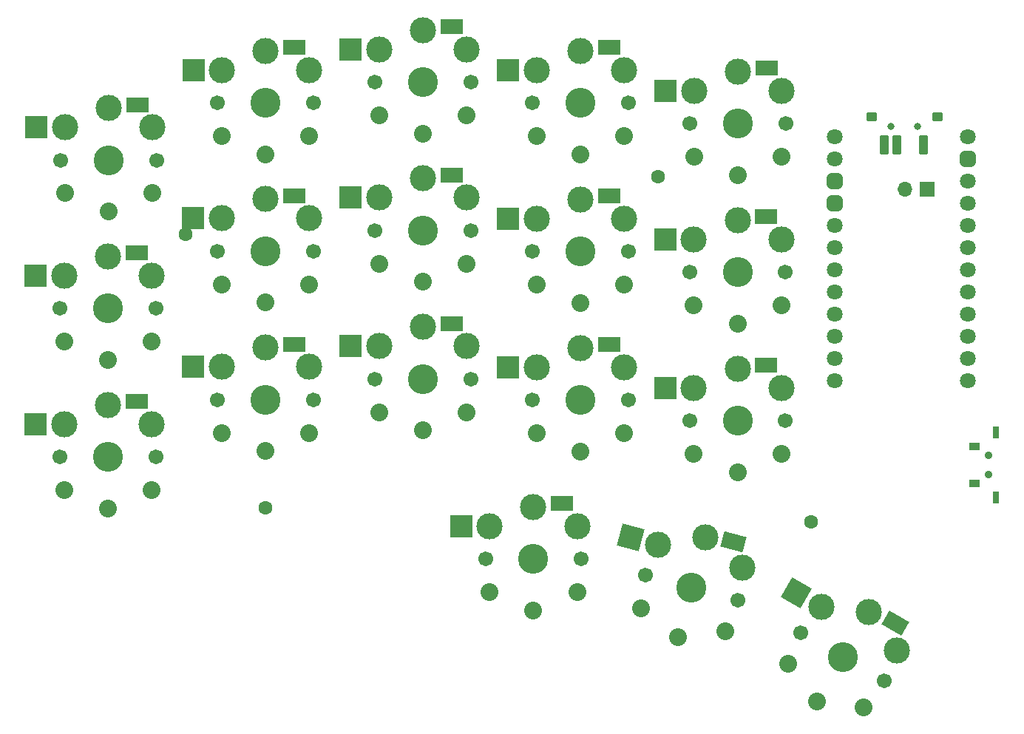
<source format=gbr>
%TF.GenerationSoftware,KiCad,Pcbnew,8.0.4*%
%TF.CreationDate,2024-09-02T16:23:26+07:00*%
%TF.ProjectId,cc36,63633336-2e6b-4696-9361-645f70636258,rev?*%
%TF.SameCoordinates,Original*%
%TF.FileFunction,Soldermask,Top*%
%TF.FilePolarity,Negative*%
%FSLAX46Y46*%
G04 Gerber Fmt 4.6, Leading zero omitted, Abs format (unit mm)*
G04 Created by KiCad (PCBNEW 8.0.4) date 2024-09-02 16:23:26*
%MOMM*%
%LPD*%
G01*
G04 APERTURE LIST*
G04 Aperture macros list*
%AMRoundRect*
0 Rectangle with rounded corners*
0 $1 Rounding radius*
0 $2 $3 $4 $5 $6 $7 $8 $9 X,Y pos of 4 corners*
0 Add a 4 corners polygon primitive as box body*
4,1,4,$2,$3,$4,$5,$6,$7,$8,$9,$2,$3,0*
0 Add four circle primitives for the rounded corners*
1,1,$1+$1,$2,$3*
1,1,$1+$1,$4,$5*
1,1,$1+$1,$6,$7*
1,1,$1+$1,$8,$9*
0 Add four rect primitives between the rounded corners*
20,1,$1+$1,$2,$3,$4,$5,0*
20,1,$1+$1,$4,$5,$6,$7,0*
20,1,$1+$1,$6,$7,$8,$9,0*
20,1,$1+$1,$8,$9,$2,$3,0*%
%AMRotRect*
0 Rectangle, with rotation*
0 The origin of the aperture is its center*
0 $1 length*
0 $2 width*
0 $3 Rotation angle, in degrees counterclockwise*
0 Add horizontal line*
21,1,$1,$2,0,0,$3*%
G04 Aperture macros list end*
%ADD10C,1.701800*%
%ADD11C,3.000000*%
%ADD12C,3.429000*%
%ADD13C,2.032000*%
%ADD14R,2.625000X1.800000*%
%ADD15R,2.600000X2.600000*%
%ADD16RotRect,2.600000X2.600000X330.000000*%
%ADD17RotRect,2.625000X1.800000X330.000000*%
%ADD18RotRect,2.625000X1.800000X345.000000*%
%ADD19RotRect,2.600000X2.600000X345.000000*%
%ADD20C,1.800000*%
%ADD21RoundRect,0.450000X0.450000X0.450000X-0.450000X0.450000X-0.450000X-0.450000X0.450000X-0.450000X0*%
%ADD22C,1.600000*%
%ADD23R,0.800000X1.450000*%
%ADD24R,1.270000X0.900000*%
%ADD25C,0.900000*%
%ADD26O,1.700000X1.700000*%
%ADD27R,1.700000X1.700000*%
%ADD28RoundRect,0.101600X-0.500000X-0.400000X0.500000X-0.400000X0.500000X0.400000X-0.500000X0.400000X0*%
%ADD29RoundRect,0.101600X-0.400000X-1.000000X0.400000X-1.000000X0.400000X1.000000X-0.400000X1.000000X0*%
%ADD30C,0.800000*%
G04 APERTURE END LIST*
D10*
%TO.C,SW12*%
X152440000Y-78440000D03*
D11*
X152940000Y-74690000D03*
X157940000Y-72490000D03*
D12*
X157940000Y-78440000D03*
D11*
X162940000Y-74690000D03*
D10*
X163440000Y-78440000D03*
D13*
X157940000Y-84340000D03*
D14*
X161227500Y-72090000D03*
D15*
X149665000Y-74690000D03*
D13*
X152940000Y-82240000D03*
X162940000Y-82240000D03*
%TD*%
D10*
%TO.C,SW10*%
X116410000Y-73640000D03*
D11*
X116910000Y-69890000D03*
X121910000Y-67690000D03*
D12*
X121910000Y-73640000D03*
D11*
X126910000Y-69890000D03*
D10*
X127410000Y-73640000D03*
D13*
X121910000Y-79540000D03*
D14*
X125197500Y-67290000D03*
D15*
X113635000Y-69890000D03*
D13*
X116910000Y-77440000D03*
X126910000Y-77440000D03*
%TD*%
D10*
%TO.C,SW18*%
X152440000Y-95458000D03*
D11*
X152940001Y-91708000D03*
X157940000Y-89508000D03*
D12*
X157940000Y-95458000D03*
D11*
X162939999Y-91708000D03*
D10*
X163440000Y-95458000D03*
D13*
X157940000Y-101358000D03*
D14*
X161227500Y-89107999D03*
D15*
X149665000Y-91708000D03*
D13*
X152940000Y-99258000D03*
X162940000Y-99258000D03*
%TD*%
D10*
%TO.C,SW15*%
X98370000Y-93028000D03*
D11*
X98870000Y-89278000D03*
X103870000Y-87078000D03*
D12*
X103870000Y-93028000D03*
D11*
X108870000Y-89278000D03*
D10*
X109370000Y-93028000D03*
D13*
X103870000Y-98928000D03*
D14*
X107157500Y-86678000D03*
D15*
X95595000Y-89278000D03*
D13*
X98870000Y-96828000D03*
X108870000Y-96828000D03*
%TD*%
%TO.C,SW21*%
X172400127Y-128301348D03*
X163739873Y-123301349D03*
D16*
X164678640Y-115125356D03*
D17*
X175992059Y-118654940D03*
D13*
X167020000Y-127620000D03*
D10*
X174733140Y-125260451D03*
D11*
X176175127Y-121762856D03*
D12*
X169970000Y-122510451D03*
D11*
X172945000Y-117357600D03*
X167514873Y-116762857D03*
D10*
X165206860Y-119760451D03*
%TD*%
%TO.C,SW20*%
X147374440Y-113137533D03*
D11*
X148827974Y-109644721D03*
X154227005Y-108813779D03*
D12*
X152687032Y-114561038D03*
D11*
X158487233Y-112232911D03*
D10*
X157999624Y-115984543D03*
D13*
X151160000Y-120260000D03*
D18*
X157506014Y-109278277D03*
D19*
X145664567Y-108797089D03*
D13*
X146873890Y-116937461D03*
X156533149Y-119525651D03*
%TD*%
D10*
%TO.C,SW19*%
X129070000Y-111290000D03*
D11*
X129570001Y-107540000D03*
X134570000Y-105340000D03*
D12*
X134570000Y-111290000D03*
D11*
X139569999Y-107540000D03*
D10*
X140070000Y-111290000D03*
D13*
X134570000Y-117190000D03*
D14*
X137857500Y-104939999D03*
D15*
X126295000Y-107540000D03*
D13*
X129570000Y-115090000D03*
X139570000Y-115090000D03*
%TD*%
D10*
%TO.C,SW17*%
X134454000Y-93050000D03*
D11*
X134954000Y-89300000D03*
X139954000Y-87100000D03*
D12*
X139954000Y-93050000D03*
D11*
X144954000Y-89300000D03*
D10*
X145454000Y-93050000D03*
D13*
X139954000Y-98950000D03*
D14*
X143241500Y-86700000D03*
D15*
X131679000Y-89300000D03*
D13*
X134954000Y-96850000D03*
X144954000Y-96850000D03*
%TD*%
D10*
%TO.C,SW16*%
X116410000Y-90658000D03*
D11*
X116910000Y-86908000D03*
X121910000Y-84708000D03*
D12*
X121910000Y-90658000D03*
D11*
X126910000Y-86908000D03*
D10*
X127410000Y-90658000D03*
D13*
X121910000Y-96558000D03*
D14*
X125197500Y-84308000D03*
D15*
X113635000Y-86908000D03*
D13*
X116910000Y-94458000D03*
X126910000Y-94458000D03*
%TD*%
D10*
%TO.C,SW14*%
X80352000Y-99568000D03*
D11*
X80852000Y-95818000D03*
X85852000Y-93618000D03*
D12*
X85852000Y-99568000D03*
D11*
X90852000Y-95818000D03*
D10*
X91352000Y-99568000D03*
D13*
X85852000Y-105468000D03*
D14*
X89139500Y-93218000D03*
D15*
X77577000Y-95818000D03*
D13*
X80852000Y-103368000D03*
X90852000Y-103368000D03*
%TD*%
D10*
%TO.C,SW11*%
X134454000Y-76032000D03*
D11*
X134954000Y-72282000D03*
X139954000Y-70082000D03*
D12*
X139954000Y-76032000D03*
D11*
X144954000Y-72282000D03*
D10*
X145454000Y-76032000D03*
D13*
X139954000Y-81932000D03*
D14*
X143241500Y-69682000D03*
D15*
X131679000Y-72282000D03*
D13*
X134954000Y-79832000D03*
X144954000Y-79832000D03*
%TD*%
D10*
%TO.C,SW9*%
X98370000Y-76010000D03*
D11*
X98870000Y-72260000D03*
X103870000Y-70060000D03*
D12*
X103870000Y-76010000D03*
D11*
X108870000Y-72260000D03*
D10*
X109370000Y-76010000D03*
D13*
X103870000Y-81910000D03*
D14*
X107157500Y-69660000D03*
D15*
X95595000Y-72260000D03*
D13*
X98870000Y-79810000D03*
X108870000Y-79810000D03*
%TD*%
D10*
%TO.C,SW8*%
X80352000Y-82550000D03*
D11*
X80852000Y-78800000D03*
X85852000Y-76600000D03*
D12*
X85852000Y-82550000D03*
D11*
X90852000Y-78800000D03*
D10*
X91352000Y-82550000D03*
D13*
X85852000Y-88450000D03*
D14*
X89139500Y-76200000D03*
D15*
X77577000Y-78800000D03*
D13*
X80852000Y-86350000D03*
X90852000Y-86350000D03*
%TD*%
D10*
%TO.C,SW6*%
X152488000Y-61400000D03*
D11*
X152988000Y-57650000D03*
X157988000Y-55450000D03*
D12*
X157988000Y-61400000D03*
D11*
X162988000Y-57650000D03*
D10*
X163488000Y-61400000D03*
D13*
X157988000Y-67300000D03*
D14*
X161275500Y-55050000D03*
D15*
X149713000Y-57650000D03*
D13*
X152988000Y-65200000D03*
X162988000Y-65200000D03*
%TD*%
D10*
%TO.C,SW5*%
X134454000Y-59020000D03*
D11*
X134954000Y-55270000D03*
X139954000Y-53070000D03*
D12*
X139954000Y-59020000D03*
D11*
X144954000Y-55270000D03*
D10*
X145454000Y-59020000D03*
D13*
X139954000Y-64920000D03*
D14*
X143241500Y-52670000D03*
D15*
X131679000Y-55270000D03*
D13*
X134954000Y-62820000D03*
X144954000Y-62820000D03*
%TD*%
D10*
%TO.C,SW4*%
X116410000Y-56660000D03*
D11*
X116910000Y-52910000D03*
X121910000Y-50710000D03*
D12*
X121910000Y-56660000D03*
D11*
X126910000Y-52910000D03*
D10*
X127410000Y-56660000D03*
D13*
X121910000Y-62560000D03*
D14*
X125197500Y-50310000D03*
D15*
X113635000Y-52910000D03*
D13*
X116910000Y-60460000D03*
X126910000Y-60460000D03*
%TD*%
D10*
%TO.C,SW3*%
X98410000Y-59020000D03*
D11*
X98910000Y-55270000D03*
X103910000Y-53070000D03*
D12*
X103910000Y-59020000D03*
D11*
X108910000Y-55270000D03*
D10*
X109410000Y-59020000D03*
D13*
X103910000Y-64920000D03*
D14*
X107197500Y-52670000D03*
D15*
X95635000Y-55270000D03*
D13*
X98910000Y-62820000D03*
X108910000Y-62820000D03*
%TD*%
D10*
%TO.C,SW2*%
X80410000Y-65580000D03*
D11*
X80910000Y-61830000D03*
X85910000Y-59630000D03*
D12*
X85910000Y-65580000D03*
D11*
X90910000Y-61830000D03*
D10*
X91410000Y-65580000D03*
D13*
X85910000Y-71480000D03*
D14*
X89197500Y-59230000D03*
D15*
X77635000Y-61830000D03*
D13*
X80910000Y-69380000D03*
X90910000Y-69380000D03*
%TD*%
D20*
%TO.C,U1*%
X169060000Y-62920000D03*
X169060000Y-65460000D03*
D21*
X169060000Y-68000000D03*
X169060000Y-70540000D03*
D20*
X169060000Y-73080000D03*
X169060000Y-75620000D03*
X169060000Y-78160000D03*
X169060000Y-80700000D03*
X169060000Y-83240000D03*
X169060000Y-85780000D03*
X169060000Y-88320000D03*
X169060000Y-90860000D03*
X184300000Y-90860000D03*
X184300000Y-88320000D03*
X184300000Y-85780000D03*
X184300000Y-83240000D03*
X184300000Y-80700000D03*
X184300000Y-78160000D03*
X184300000Y-75620000D03*
X184300000Y-73080000D03*
X184300000Y-70540000D03*
X184300000Y-68000000D03*
D21*
X184300000Y-65460000D03*
D20*
X184280000Y-62890000D03*
%TD*%
D22*
%TO.C,H3*%
X148800000Y-67500000D03*
%TD*%
%TO.C,H4*%
X166400000Y-107000000D03*
%TD*%
%TO.C,H1*%
X94700000Y-74100000D03*
%TD*%
D23*
%TO.C,SW_RST1*%
X187550000Y-96799999D03*
X187550000Y-104200001D03*
D24*
X185050000Y-98400000D03*
X185050000Y-102600000D03*
D25*
X186650000Y-99400000D03*
X186650000Y-101600000D03*
%TD*%
D26*
%TO.C,BT1*%
X177129999Y-68900000D03*
D27*
X179670001Y-68900000D03*
%TD*%
D22*
%TO.C,H2*%
X103900000Y-105400000D03*
%TD*%
D28*
%TO.C,SW_POWER1*%
X173300000Y-60600000D03*
X180800000Y-60600000D03*
D29*
X176227000Y-63825001D03*
X179227000Y-63825001D03*
X174727000Y-63825001D03*
D30*
X175550000Y-61725001D03*
X178550000Y-61725001D03*
%TD*%
M02*

</source>
